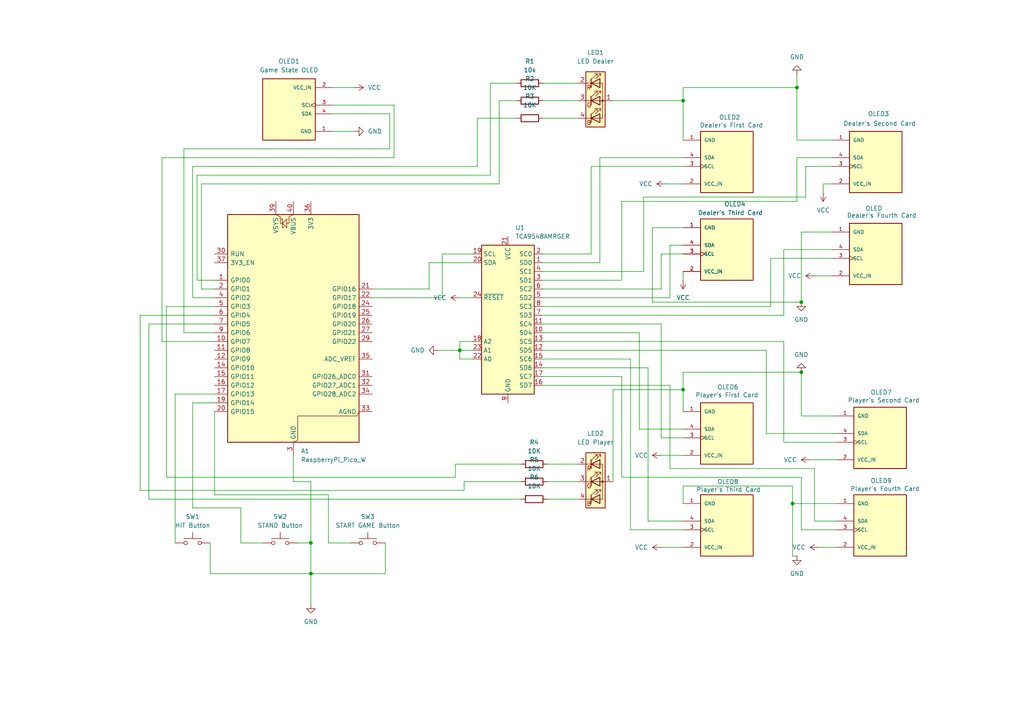
<source format=kicad_sch>
(kicad_sch (version 20250114) (generator "eeschema") (generator_version "9.0")
  (paper "A4")
  (lib_symbols
    (symbol "Device:LED_ARGB" (pin_names (offset 0) (hide yes))
      (property "Reference" "D" (at 0 9.398 0))
      (property "Value" "LED_ARGB" (at 0 -8.89 0))
      (symbol "LED_ARGB_0_0"
        (text "R" (at -1.905 3.81 0) (effects (font (size 1.27 1.27))))
        (text "G" (at -1.905 -1.27 0) (effects (font (size 1.27 1.27))))
        (text "B" (at -1.905 -6.35 0) (effects (font (size 1.27 1.27))))
      )
      (symbol "LED_ARGB_0_1"
        (polyline (pts (xy -1.27 6.35) (xy -1.27 3.81)) (stroke (width 0.254)))
        (polyline (pts (xy -1.27 6.35) (xy -1.27 3.81) (xy -1.27 3.81)))
        (polyline (pts (xy -1.27 5.08) (xy -2.54 5.08)))
        (polyline (pts (xy -1.27 5.08) (xy 1.27 5.08)))
        (polyline (pts (xy -1.27 1.27) (xy -1.27 -1.27)) (stroke (width 0.254)))
        (polyline (pts (xy -1.27 1.27) (xy -1.27 -1.27) (xy -1.27 -1.27)))
        (polyline (pts (xy -1.27 0) (xy -2.54 0)))
        (polyline (pts (xy -1.27 -3.81) (xy -1.27 -6.35)) (stroke (width 0.254)))
        (polyline (pts (xy -1.27 -5.08) (xy -2.54 -5.08)))
        (polyline (pts (xy -1.27 -5.08) (xy 1.27 -5.08)))
        (polyline (pts (xy -1.016 6.35) (xy 0.508 7.874) (xy -0.254 7.874) (xy 0.508 7.874) (xy 0.508 7.112)))
        (polyline (pts (xy -1.016 1.27) (xy 0.508 2.794) (xy -0.254 2.794) (xy 0.508 2.794) (xy 0.508 2.032)))
        (polyline (pts (xy -1.016 -3.81) (xy 0.508 -2.286) (xy -0.254 -2.286) (xy 0.508 -2.286) (xy 0.508 -3.048)))
        (polyline (pts (xy 0 6.35) (xy 1.524 7.874) (xy 0.762 7.874) (xy 1.524 7.874) (xy 1.524 7.112)))
        (polyline (pts (xy 0 1.27) (xy 1.524 2.794) (xy 0.762 2.794) (xy 1.524 2.794) (xy 1.524 2.032)))
        (polyline (pts (xy 0 -3.81) (xy 1.524 -2.286) (xy 0.762 -2.286) (xy 1.524 -2.286) (xy 1.524 -3.048)))
        (polyline (pts (xy 1.27 6.35) (xy 1.27 3.81) (xy -1.27 5.08) (xy 1.27 6.35)) (stroke (width 0.254)))
        (rectangle (start 1.27 6.35) (end 1.27 6.35))
        (rectangle (start 1.27 3.81) (end 1.27 6.35))
        (polyline (pts (xy 1.27 1.27) (xy 1.27 -1.27) (xy -1.27 0) (xy 1.27 1.27)) (stroke (width 0.254)))
        (rectangle (start 1.27 1.27) (end 1.27 1.27))
        (polyline (pts (xy 1.27 0) (xy -1.27 0)))
        (polyline (pts (xy 1.27 0) (xy 2.54 0)))
        (rectangle (start 1.27 -1.27) (end 1.27 1.27))
        (polyline (pts (xy 1.27 -3.81) (xy 1.27 -6.35) (xy -1.27 -5.08) (xy 1.27 -3.81)) (stroke (width 0.254)))
        (polyline (pts (xy 1.27 -5.08) (xy 2.032 -5.08) (xy 2.032 5.08) (xy 1.27 5.08)))
        (circle (center 2.032 0) (radius 0.254) (fill (type outline)))
        (rectangle (start 2.794 8.382) (end -2.794 -7.62) (stroke (width 0.254)) (fill (type background)))
      )
      (symbol "LED_ARGB_1_1"
        (pin passive line (at -5.08 5.08 0) (length 2.54) (name "RK") (number "2"))
        (pin passive line (at -5.08 0 0) (length 2.54) (name "GK") (number "3"))
        (pin passive line (at -5.08 -5.08 0) (length 2.54) (name "BK") (number "4"))
        (pin passive line (at 5.08 0 180) (length 2.54) (name "A") (number "1"))
      )
    )
    (symbol "Device:R" (pin_numbers (hide yes)) (pin_names (offset 0))
      (property "Reference" "R" (at 2.032 0 90))
      (property "Value" "R" (at 0 0 90))
      (symbol "R_0_1"
        (rectangle (start -1.016 -2.54) (end 1.016 2.54) (stroke (width 0.254)))
      )
      (symbol "R_1_1"
        (pin passive line (at 0 3.81 270) (length 1.27) (name "~") (number "1"))
        (pin passive line (at 0 -3.81 90) (length 1.27) (name "~") (number "2"))
      )
    )
    (symbol "Interface_Expansion:TCA9548AMRGER"
      (property "Reference" "U" (at -7.62 21.59 0))
      (property "Value" "TCA9548AMRGER" (at 1.016 21.59 0))
      (symbol "TCA9548AMRGER_0_1"
        (rectangle (start -7.62 20.32) (end 7.62 -22.86) (stroke (width 0.254)) (fill (type background)))
      )
      (symbol "TCA9548AMRGER_1_1"
        (pin input line (at -10.16 17.78 0) (length 2.54) (name "SCL") (number "19"))
        (pin bidirectional line (at -10.16 15.24 0) (length 2.54) (name "SDA") (number "20"))
        (pin input line (at -10.16 5.08 0) (length 2.54) (name "~{RESET}") (number "24"))
        (pin input line (at -10.16 -7.62 0) (length 2.54) (name "A2") (number "18"))
        (pin input line (at -10.16 -10.16 0) (length 2.54) (name "A1") (number "23"))
        (pin input line (at -10.16 -12.7 0) (length 2.54) (name "A0") (number "22"))
        (pin no_connect line (at -7.62 -15.24 0) (length 2.54) (hide yes) (name "1EP") (number "25"))
        (pin power_in line (at 0 22.86 270) (length 2.54) (name "VCC") (number "21"))
        (pin power_in line (at 0 -25.4 90) (length 2.54) (name "GND") (number "9"))
        (pin output line (at 10.16 17.78 180) (length 2.54) (name "SC0") (number "2"))
        (pin bidirectional line (at 10.16 15.24 180) (length 2.54) (name "SD0") (number "1"))
        (pin output line (at 10.16 12.7 180) (length 2.54) (name "SC1") (number "4"))
        (pin bidirectional line (at 10.16 10.16 180) (length 2.54) (name "SD1") (number "3"))
        (pin output line (at 10.16 7.62 180) (length 2.54) (name "SC2") (number "6"))
        (pin bidirectional line (at 10.16 5.08 180) (length 2.54) (name "SD2") (number "5"))
        (pin output line (at 10.16 2.54 180) (length 2.54) (name "SC3") (number "8"))
        (pin bidirectional line (at 10.16 0 180) (length 2.54) (name "SD3") (number "7"))
        (pin output line (at 10.16 -2.54 180) (length 2.54) (name "SC4") (number "11"))
        (pin bidirectional line (at 10.16 -5.08 180) (length 2.54) (name "SD4") (number "10"))
        (pin output line (at 10.16 -7.62 180) (length 2.54) (name "SC5") (number "13"))
        (pin bidirectional line (at 10.16 -10.16 180) (length 2.54) (name "SD5") (number "12"))
        (pin output line (at 10.16 -12.7 180) (length 2.54) (name "SC6") (number "15"))
        (pin bidirectional line (at 10.16 -15.24 180) (length 2.54) (name "SD6") (number "14"))
        (pin output line (at 10.16 -17.78 180) (length 2.54) (name "SC7") (number "17"))
        (pin bidirectional line (at 10.16 -20.32 180) (length 2.54) (name "SD7") (number "16"))
      )
    )
    (symbol "MCU_Module:RaspberryPi_Pico_W" (pin_names (offset 0.762))
      (property "Reference" "A" (at -19.05 35.56 0))
      (property "Value" "RaspberryPi_Pico_W" (at 7.62 35.56 0))
      (symbol "RaspberryPi_Pico_W_0_1"
        (rectangle (start -19.05 34.29) (end 19.05 -31.75) (stroke (width 0.254)) (fill (type background)))
        (polyline (pts (xy -5.08 34.29) (xy -3.81 33.655) (xy -3.81 31.75) (xy -3.175 31.75)))
        (polyline (pts (xy -3.429 32.766) (xy -3.429 33.02) (xy -3.175 33.02) (xy -3.175 30.48) (xy -2.921 30.48) (xy -2.921 30.734)))
        (polyline (pts (xy -3.175 31.75) (xy -1.905 33.02) (xy -1.905 30.48) (xy -3.175 31.75)))
        (polyline (pts (xy 0 34.29) (xy -1.27 33.655) (xy -1.27 31.75) (xy -1.905 31.75)))
        (polyline (pts (xy 0 -31.75) (xy 1.27 -31.115) (xy 1.27 -24.13) (xy 18.415 -24.13) (xy 19.05 -22.86)))
      )
      (symbol "RaspberryPi_Pico_W_1_1"
        (pin passive line (at -22.86 22.86 0) (length 3.81) (name "RUN") (number "30"))
        (pin passive line (at -22.86 20.32 0) (length 3.81) (name "3V3_EN") (number "37"))
        (pin bidirectional line (at -22.86 15.24 0) (length 3.81) (name "GPIO0") (number "1"))
        (pin bidirectional line (at -22.86 12.7 0) (length 3.81) (name "GPIO1") (number "2"))
        (pin bidirectional line (at -22.86 10.16 0) (length 3.81) (name "GPIO2") (number "4"))
        (pin bidirectional line (at -22.86 7.62 0) (length 3.81) (name "GPIO3") (number "5"))
        (pin bidirectional line (at -22.86 5.08 0) (length 3.81) (name "GPIO4") (number "6"))
        (pin bidirectional line (at -22.86 2.54 0) (length 3.81) (name "GPIO5") (number "7"))
        (pin bidirectional line (at -22.86 0 0) (length 3.81) (name "GPIO6") (number "9"))
        (pin bidirectional line (at -22.86 -2.54 0) (length 3.81) (name "GPIO7") (number "10"))
        (pin bidirectional line (at -22.86 -5.08 0) (length 3.81) (name "GPIO8") (number "11"))
        (pin bidirectional line (at -22.86 -7.62 0) (length 3.81) (name "GPIO9") (number "12"))
        (pin bidirectional line (at -22.86 -10.16 0) (length 3.81) (name "GPIO10") (number "14"))
        (pin bidirectional line (at -22.86 -12.7 0) (length 3.81) (name "GPIO11") (number "15"))
        (pin bidirectional line (at -22.86 -15.24 0) (length 3.81) (name "GPIO12") (number "16"))
        (pin bidirectional line (at -22.86 -17.78 0) (length 3.81) (name "GPIO13") (number "17"))
        (pin bidirectional line (at -22.86 -20.32 0) (length 3.81) (name "GPIO14") (number "19"))
        (pin bidirectional line (at -22.86 -22.86 0) (length 3.81) (name "GPIO15") (number "20"))
        (pin power_in line (at -5.08 38.1 270) (length 3.81) (name "VSYS") (number "39"))
        (pin power_out line (at 0 38.1 270) (length 3.81) (name "VBUS") (number "40"))
        (pin passive line (at 0 -35.56 90) (length 3.81) (hide yes) (name "GND") (number "13"))
        (pin passive line (at 0 -35.56 90) (length 3.81) (hide yes) (name "GND") (number "18"))
        (pin passive line (at 0 -35.56 90) (length 3.81) (hide yes) (name "GND") (number "23"))
        (pin passive line (at 0 -35.56 90) (length 3.81) (hide yes) (name "GND") (number "28"))
        (pin power_out line (at 0 -35.56 90) (length 3.81) (name "GND") (number "3"))
        (pin passive line (at 0 -35.56 90) (length 3.81) (hide yes) (name "GND") (number "38"))
        (pin passive line (at 0 -35.56 90) (length 3.81) (hide yes) (name "GND") (number "8"))
        (pin power_out line (at 5.08 38.1 270) (length 3.81) (name "3V3") (number "36"))
        (pin bidirectional line (at 22.86 12.7 180) (length 3.81) (name "GPIO16") (number "21"))
        (pin bidirectional line (at 22.86 10.16 180) (length 3.81) (name "GPIO17") (number "22"))
        (pin bidirectional line (at 22.86 7.62 180) (length 3.81) (name "GPIO18") (number "24"))
        (pin bidirectional line (at 22.86 5.08 180) (length 3.81) (name "GPIO19") (number "25"))
        (pin bidirectional line (at 22.86 2.54 180) (length 3.81) (name "GPIO20") (number "26"))
        (pin bidirectional line (at 22.86 0 180) (length 3.81) (name "GPIO21") (number "27"))
        (pin bidirectional line (at 22.86 -2.54 180) (length 3.81) (name "GPIO22") (number "29"))
        (pin power_in line (at 22.86 -7.62 180) (length 3.81) (name "ADC_VREF") (number "35"))
        (pin bidirectional line (at 22.86 -12.7 180) (length 3.81) (name "GPIO26_ADC0") (number "31"))
        (pin bidirectional line (at 22.86 -15.24 180) (length 3.81) (name "GPIO27_ADC1") (number "32"))
        (pin bidirectional line (at 22.86 -17.78 180) (length 3.81) (name "GPIO28_ADC2") (number "34"))
        (pin power_out line (at 22.86 -22.86 180) (length 3.81) (name "AGND") (number "33"))
      )
    )
    (symbol "OLED_I2C_O.96{dblquote}:DM-OLED096-636" (pin_names (offset 1.016))
      (property "Reference" "U" (at -7.62 10.922 0))
      (property "Value" "DM-OLED096-636" (at -7.62 -10.16 0))
      (symbol "DM-OLED096-636_0_0"
        (rectangle (start -7.62 -7.62) (end 7.62 10.16) (stroke (width 0.254)) (fill (type background)))
        (pin power_in line (at 12.7 7.62 180) (length 5.08) (name "VCC_IN") (number "2"))
        (pin input clock (at 12.7 2.54 180) (length 5.08) (name "SCL") (number "3"))
        (pin bidirectional line (at 12.7 0 180) (length 5.08) (name "SDA") (number "4"))
        (pin power_in line (at 12.7 -5.08 180) (length 5.08) (name "GND") (number "1"))
      )
    )
    (symbol "Switch:SW_Push" (pin_numbers (hide yes)) (pin_names (offset 1.016) (hide yes))
      (property "Reference" "SW" (at 1.27 2.54 0))
      (property "Value" "SW_Push" (at 0 -1.524 0))
      (symbol "SW_Push_0_1"
        (circle (center -2.032 0) (radius 0.508))
        (polyline (pts (xy 0 1.27) (xy 0 3.048)))
        (circle (center 2.032 0) (radius 0.508))
        (polyline (pts (xy 2.54 1.27) (xy -2.54 1.27)))
        (pin passive line (at -5.08 0 0) (length 2.54) (name "1") (number "1"))
        (pin passive line (at 5.08 0 180) (length 2.54) (name "2") (number "2"))
      )
    )
    (symbol "power:GND" (power) (pin_numbers (hide yes)) (pin_names (offset 0) (hide yes))
      (property "Value" "GND" (at 0 -3.81 0))
      (symbol "GND_0_1"
        (polyline (pts (xy 0 0) (xy 0 -1.27) (xy 1.27 -1.27) (xy 0 -2.54) (xy -1.27 -1.27) (xy 0 -1.27)))
      )
      (symbol "GND_1_1"
        (pin power_in line (at 0 0 270) (length 0) (name "~") (number "1"))
      )
    )
    (symbol "power:VCC" (power) (pin_numbers (hide yes)) (pin_names (offset 0) (hide yes))
      (property "Value" "VCC" (at 0 3.556 0))
      (symbol "VCC_0_1"
        (polyline (pts (xy -0.762 1.27) (xy 0 2.54)))
        (polyline (pts (xy 0 2.54) (xy 0.762 1.27)))
        (polyline (pts (xy 0 0) (xy 0 2.54)))
      )
      (symbol "VCC_1_1"
        (pin power_in line (at 0 0 90) (length 0) (name "~") (number "1"))
      )
    )
  )
  (junction (at 232.41 107.95))
  (junction (at 231.14 25.4))
  (junction (at 198.12 29.21))
  (junction (at 232.41 87.63))
  (junction (at 90.17 166.37))
  (junction (at 198.12 113.03))
  (junction (at 229.87 146.05))
  (junction (at 133.35 101.6))
  (junction (at 90.17 157.48))
  (wire (pts (xy 232.41 67.31) (xy 232.41 87.63)))
  (wire (pts (xy 232.41 153.67) (xy 242.57 153.67)))
  (wire (pts (xy 232.41 107.95) (xy 198.12 107.95)))
  (wire (pts (xy 157.48 88.9) (xy 223.52 88.9)))
  (wire (pts (xy 50.8 114.3) (xy 50.8 157.48)))
  (wire (pts (xy 191.77 83.82) (xy 191.77 73.66)))
  (wire (pts (xy 223.52 74.93) (xy 241.3 74.93)))
  (wire (pts (xy 62.23 91.44) (xy 40.64 91.44)))
  (wire (pts (xy 177.8 29.21) (xy 198.12 29.21)))
  (wire (pts (xy 229.87 140.97) (xy 229.87 146.05)))
  (wire (pts (xy 96.52 25.4) (xy 102.87 25.4)))
  (wire (pts (xy 158.75 139.7) (xy 167.64 139.7)))
  (wire (pts (xy 180.34 138.43) (xy 232.41 138.43)))
  (wire (pts (xy 198.12 146.05) (xy 198.12 140.97)))
  (wire (pts (xy 57.15 81.28) (xy 57.15 50.8)))
  (wire (pts (xy 186.69 78.74) (xy 186.69 57.15)))
  (wire (pts (xy 158.75 144.78) (xy 167.64 144.78)))
  (wire (pts (xy 173.99 76.2) (xy 173.99 45.72)))
  (wire (pts (xy 157.48 106.68) (xy 187.96 106.68)))
  (wire (pts (xy 232.41 120.65) (xy 232.41 107.95)))
  (wire (pts (xy 194.31 71.12) (xy 198.12 71.12)))
  (wire (pts (xy 198.12 48.26) (xy 171.45 48.26)))
  (wire (pts (xy 57.15 50.8) (xy 142.24 50.8)))
  (wire (pts (xy 132.08 134.62) (xy 151.13 134.62)))
  (wire (pts (xy 157.48 91.44) (xy 227.33 91.44)))
  (wire (pts (xy 157.48 96.52) (xy 185.42 96.52)))
  (wire (pts (xy 231.14 45.72) (xy 241.3 45.72)))
  (wire (pts (xy 107.95 83.82) (xy 124.46 83.82)))
  (wire (pts (xy 236.22 80.01) (xy 241.3 80.01)))
  (wire (pts (xy 58.42 53.34) (xy 144.78 53.34)))
  (wire (pts (xy 134.62 142.24) (xy 134.62 139.7)))
  (wire (pts (xy 157.48 78.74) (xy 186.69 78.74)))
  (wire (pts (xy 157.48 83.82) (xy 191.77 83.82)))
  (wire (pts (xy 157.48 111.76) (xy 194.31 111.76)))
  (wire (pts (xy 40.64 142.24) (xy 134.62 142.24)))
  (wire (pts (xy 238.76 53.34) (xy 238.76 55.88)))
  (wire (pts (xy 227.33 99.06) (xy 227.33 128.27)))
  (wire (pts (xy 96.52 38.1) (xy 102.87 38.1)))
  (wire (pts (xy 198.12 78.74) (xy 198.12 81.28)))
  (wire (pts (xy 62.23 83.82) (xy 58.42 83.82)))
  (wire (pts (xy 157.48 99.06) (xy 227.33 99.06)))
  (wire (pts (xy 134.62 139.7) (xy 151.13 139.7)))
  (wire (pts (xy 180.34 109.22) (xy 180.34 138.43)))
  (wire (pts (xy 231.14 25.4) (xy 231.14 40.64)))
  (wire (pts (xy 144.78 29.21) (xy 149.86 29.21)))
  (wire (pts (xy 95.25 157.48) (xy 101.6 157.48)))
  (wire (pts (xy 229.87 161.29) (xy 231.14 161.29)))
  (wire (pts (xy 137.16 104.14) (xy 133.35 104.14)))
  (wire (pts (xy 242.57 146.05) (xy 229.87 146.05)))
  (wire (pts (xy 138.43 34.29) (xy 149.86 34.29)))
  (wire (pts (xy 182.88 104.14) (xy 182.88 153.67)))
  (wire (pts (xy 96.52 33.02) (xy 113.03 33.02)))
  (wire (pts (xy 90.17 166.37) (xy 90.17 175.26)))
  (wire (pts (xy 86.36 157.48) (xy 90.17 157.48)))
  (wire (pts (xy 62.23 99.06) (xy 46.99 99.06)))
  (wire (pts (xy 157.48 34.29) (xy 167.64 34.29)))
  (wire (pts (xy 90.17 166.37) (xy 60.96 166.37)))
  (wire (pts (xy 62.23 81.28) (xy 57.15 81.28)))
  (wire (pts (xy 133.35 101.6) (xy 133.35 104.14)))
  (wire (pts (xy 124.46 76.2) (xy 137.16 76.2)))
  (wire (pts (xy 69.85 147.32) (xy 69.85 157.48)))
  (wire (pts (xy 157.48 81.28) (xy 180.34 81.28)))
  (wire (pts (xy 127 101.6) (xy 133.35 101.6)))
  (wire (pts (xy 186.69 57.15) (xy 233.68 57.15)))
  (wire (pts (xy 124.46 83.82) (xy 124.46 76.2)))
  (wire (pts (xy 114.3 45.72) (xy 114.3 30.48)))
  (wire (pts (xy 180.34 81.28) (xy 180.34 58.42)))
  (wire (pts (xy 185.42 124.46) (xy 198.12 124.46)))
  (wire (pts (xy 48.26 88.9) (xy 48.26 138.43)))
  (wire (pts (xy 90.17 139.7) (xy 90.17 157.48)))
  (wire (pts (xy 187.96 151.13) (xy 198.12 151.13)))
  (wire (pts (xy 133.35 99.06) (xy 137.16 99.06)))
  (wire (pts (xy 48.26 88.9) (xy 62.23 88.9)))
  (wire (pts (xy 111.76 157.48) (xy 111.76 166.37)))
  (wire (pts (xy 107.95 86.36) (xy 128.27 86.36)))
  (wire (pts (xy 157.48 29.21) (xy 167.64 29.21)))
  (wire (pts (xy 233.68 57.15) (xy 233.68 48.26)))
  (wire (pts (xy 142.24 24.13) (xy 149.86 24.13)))
  (wire (pts (xy 198.12 25.4) (xy 231.14 25.4)))
  (wire (pts (xy 194.31 111.76) (xy 194.31 135.89)))
  (wire (pts (xy 237.49 158.75) (xy 242.57 158.75)))
  (wire (pts (xy 128.27 86.36) (xy 128.27 73.66)))
  (wire (pts (xy 128.27 73.66) (xy 137.16 73.66)))
  (wire (pts (xy 241.3 53.34) (xy 238.76 53.34)))
  (wire (pts (xy 157.48 76.2) (xy 173.99 76.2)))
  (wire (pts (xy 157.48 24.13) (xy 167.64 24.13)))
  (wire (pts (xy 46.99 99.06) (xy 46.99 45.72)))
  (wire (pts (xy 85.09 132.08) (xy 85.09 139.7)))
  (wire (pts (xy 185.42 96.52) (xy 185.42 124.46)))
  (wire (pts (xy 227.33 128.27) (xy 242.57 128.27)))
  (wire (pts (xy 157.48 104.14) (xy 182.88 104.14)))
  (wire (pts (xy 189.23 66.04) (xy 189.23 87.63)))
  (wire (pts (xy 55.88 48.26) (xy 138.43 48.26)))
  (wire (pts (xy 43.18 144.78) (xy 151.13 144.78)))
  (wire (pts (xy 62.23 143.51) (xy 95.25 143.51)))
  (wire (pts (xy 171.45 48.26) (xy 171.45 73.66)))
  (wire (pts (xy 223.52 88.9) (xy 223.52 74.93)))
  (wire (pts (xy 198.12 66.04) (xy 189.23 66.04)))
  (wire (pts (xy 133.35 101.6) (xy 133.35 99.06)))
  (wire (pts (xy 62.23 119.38) (xy 62.23 143.51)))
  (wire (pts (xy 157.48 93.98) (xy 191.77 93.98)))
  (wire (pts (xy 236.22 135.89) (xy 236.22 151.13)))
  (wire (pts (xy 46.99 45.72) (xy 114.3 45.72)))
  (wire (pts (xy 198.12 113.03) (xy 198.12 119.38)))
  (wire (pts (xy 236.22 151.13) (xy 242.57 151.13)))
  (wire (pts (xy 198.12 40.64) (xy 198.12 29.21)))
  (wire (pts (xy 95.25 143.51) (xy 95.25 157.48)))
  (wire (pts (xy 177.8 139.7) (xy 177.8 113.03)))
  (wire (pts (xy 180.34 58.42) (xy 231.14 58.42)))
  (wire (pts (xy 55.88 116.84) (xy 55.88 147.32)))
  (wire (pts (xy 182.88 153.67) (xy 198.12 153.67)))
  (wire (pts (xy 189.23 87.63) (xy 232.41 87.63)))
  (wire (pts (xy 69.85 157.48) (xy 76.2 157.48)))
  (wire (pts (xy 60.96 166.37) (xy 60.96 157.48)))
  (wire (pts (xy 229.87 146.05) (xy 229.87 161.29)))
  (wire (pts (xy 191.77 73.66) (xy 198.12 73.66)))
  (wire (pts (xy 85.09 139.7) (xy 90.17 139.7)))
  (wire (pts (xy 53.34 96.52) (xy 62.23 96.52)))
  (wire (pts (xy 231.14 21.59) (xy 231.14 25.4)))
  (wire (pts (xy 242.57 120.65) (xy 232.41 120.65)))
  (wire (pts (xy 232.41 138.43) (xy 232.41 153.67)))
  (wire (pts (xy 55.88 86.36) (xy 55.88 48.26)))
  (wire (pts (xy 191.77 158.75) (xy 198.12 158.75)))
  (wire (pts (xy 142.24 50.8) (xy 142.24 24.13)))
  (wire (pts (xy 43.18 93.98) (xy 43.18 144.78)))
  (wire (pts (xy 198.12 140.97) (xy 229.87 140.97)))
  (wire (pts (xy 191.77 132.08) (xy 198.12 132.08)))
  (wire (pts (xy 40.64 91.44) (xy 40.64 142.24)))
  (wire (pts (xy 231.14 58.42) (xy 231.14 45.72)))
  (wire (pts (xy 55.88 147.32) (xy 69.85 147.32)))
  (wire (pts (xy 113.03 43.18) (xy 53.34 43.18)))
  (wire (pts (xy 177.8 113.03) (xy 198.12 113.03)))
  (wire (pts (xy 132.08 138.43) (xy 132.08 134.62)))
  (wire (pts (xy 198.12 29.21) (xy 198.12 25.4)))
  (wire (pts (xy 173.99 45.72) (xy 198.12 45.72)))
  (wire (pts (xy 193.04 53.34) (xy 198.12 53.34)))
  (wire (pts (xy 191.77 127) (xy 198.12 127)))
  (wire (pts (xy 133.35 86.36) (xy 137.16 86.36)))
  (wire (pts (xy 62.23 116.84) (xy 55.88 116.84)))
  (wire (pts (xy 133.35 101.6) (xy 137.16 101.6)))
  (wire (pts (xy 194.31 86.36) (xy 194.31 71.12)))
  (wire (pts (xy 62.23 93.98) (xy 43.18 93.98)))
  (wire (pts (xy 157.48 86.36) (xy 194.31 86.36)))
  (wire (pts (xy 48.26 138.43) (xy 132.08 138.43)))
  (wire (pts (xy 138.43 48.26) (xy 138.43 34.29)))
  (wire (pts (xy 222.25 125.73) (xy 242.57 125.73)))
  (wire (pts (xy 114.3 30.48) (xy 96.52 30.48)))
  (wire (pts (xy 144.78 53.34) (xy 144.78 29.21)))
  (wire (pts (xy 234.95 133.35) (xy 242.57 133.35)))
  (wire (pts (xy 198.12 107.95) (xy 198.12 113.03)))
  (wire (pts (xy 157.48 101.6) (xy 222.25 101.6)))
  (wire (pts (xy 171.45 73.66) (xy 157.48 73.66)))
  (wire (pts (xy 187.96 106.68) (xy 187.96 151.13)))
  (wire (pts (xy 194.31 135.89) (xy 236.22 135.89)))
  (wire (pts (xy 62.23 86.36) (xy 55.88 86.36)))
  (wire (pts (xy 227.33 72.39) (xy 241.3 72.39)))
  (wire (pts (xy 231.14 40.64) (xy 241.3 40.64)))
  (wire (pts (xy 53.34 43.18) (xy 53.34 96.52)))
  (wire (pts (xy 111.76 166.37) (xy 90.17 166.37)))
  (wire (pts (xy 227.33 91.44) (xy 227.33 72.39)))
  (wire (pts (xy 157.48 109.22) (xy 180.34 109.22)))
  (wire (pts (xy 90.17 157.48) (xy 90.17 166.37)))
  (wire (pts (xy 241.3 67.31) (xy 232.41 67.31)))
  (wire (pts (xy 62.23 114.3) (xy 50.8 114.3)))
  (wire (pts (xy 158.75 134.62) (xy 167.64 134.62)))
  (wire (pts (xy 113.03 33.02) (xy 113.03 43.18)))
  (wire (pts (xy 222.25 101.6) (xy 222.25 125.73)))
  (wire (pts (xy 58.42 83.82) (xy 58.42 53.34)))
  (wire (pts (xy 233.68 48.26) (xy 241.3 48.26)))
  (wire (pts (xy 191.77 93.98) (xy 191.77 127)))
  (symbol (lib_id "power:VCC") (at 238.76 55.88 180) (unit 1)
    (property "Reference" "#PWR015" (effects (hide yes)))
    (property "Value" "VCC" (at 238.76 60.96 0))
    (property "Description" "Power symbol creates a global label with name \"VCC\"" (effects (hide yes)))
  )
  (symbol (lib_id "power:VCC") (at 191.77 158.75 90) (unit 1)
    (property "Reference" "#PWR011" (effects (hide yes)))
    (property "Value" "VCC" (at 187.96 158.7499 90) (effects (justify left)))
    (property "Description" "Power symbol creates a global label with name \"VCC\"" (effects (hide yes)))
  )
  (symbol (lib_id "Interface_Expansion:TCA9548AMRGER") (at 147.32 91.44 0) (unit 1)
    (property "Reference" "U1" (at 149.4633 66.04 0) (effects (justify left)))
    (property "Value" "TCA9548AMRGER" (at 149.4633 68.58 0) (effects (justify left)))
    (property "Footprint" "Package_DFN_QFN:Texas_RGE0024C_VQFN-24-1EP_4x4mm_P0.5mm_EP2.1x2.1mm" (effects (hide yes)))
    (property "Datasheet" "http://www.ti.com/lit/ds/symlink/tca9548a.pdf" (effects (hide yes)))
    (property "Description" "Low voltage 8-channel I2C switch with reset, VQFN-24" (effects (hide yes)))
  )
  (symbol (lib_id "power:GND") (at 127 101.6 270) (unit 1)
    (property "Reference" "#PWR017" (effects (hide yes)))
    (property "Value" "GND" (at 123.19 101.5999 90) (effects (justify right)))
    (property "Description" "Power symbol creates a global label with name \"GND\" , ground" (effects (hide yes)))
  )
  (symbol (lib_id "power:GND") (at 231.14 161.29 0) (unit 1)
    (property "Reference" "#PWR05" (effects (hide yes)))
    (property "Value" "GND" (at 231.14 166.37 0))
    (property "Description" "Power symbol creates a global label with name \"GND\" , ground" (effects (hide yes)))
  )
  (symbol (lib_id "power:VCC") (at 133.35 86.36 90) (unit 1)
    (property "Reference" "#PWR016" (effects (hide yes)))
    (property "Value" "VCC" (at 129.54 86.3599 90) (effects (justify left)))
    (property "Description" "Power symbol creates a global label with name \"VCC\"" (effects (hide yes)))
  )
  (symbol (lib_id "OLED_I2C_O.96{dblquote}:DM-OLED096-636") (at 255.27 151.13 180) (unit 1)
    (property "Reference" "OLED9" (at 252.476 139.446 0) (effects (justify right)))
    (property "Value" "Player's Fourth Card" (at 246.634 141.732 0) (effects (justify right)))
    (property "Footprint" "DM-OLED096-636:MODULE_DM-OLED096-636" (effects (hide yes)))
    (property "MF" "Display Module" (effects (hide yes)))
    (property "MAXIMUM_PACKAGE_HEIGHT" "11.3 mm" (effects (hide yes)))
    (property "Package" "Package" (effects (hide yes)))
    (property "Price" "None" (effects (hide yes)))
    (property "Check_prices" "https://www.snapeda.com/parts/DM-OLED096-636/Display+Module/view-part/?ref=eda" (effects (hide yes)))
    (property "STANDARD" "Manufacturer Recommendations" (effects (hide yes)))
    (property "PARTREV" "2018-09-10" (effects (hide yes)))
    (property "SnapEDA_Link" "https://www.snapeda.com/parts/DM-OLED096-636/Display+Module/view-part/?ref=snap" (effects (hide yes)))
    (property "MP" "DM-OLED096-636" (effects (hide yes)))
    (property "Description_1" "0.96” 128 X 64 MONOCHROME GRAPHIC OLED DISPLAY MODULE - I2C" (effects (hide yes)))
    (property "Availability" "Not in stock" (effects (hide yes)))
    (property "MANUFACTURER" "Displaymodule" (effects (hide yes)))
  )
  (symbol (lib_id "power:VCC") (at 234.95 133.35 90) (unit 1)
    (property "Reference" "#PWR09" (effects (hide yes)))
    (property "Value" "VCC" (at 231.14 133.3499 90) (effects (justify left)))
    (property "Description" "Power symbol creates a global label with name \"VCC\"" (effects (hide yes)))
  )
  (symbol (lib_id "power:VCC") (at 237.49 158.75 90) (unit 1)
    (property "Reference" "#PWR010" (effects (hide yes)))
    (property "Value" "VCC" (at 233.68 158.7499 90) (effects (justify left)))
    (property "Description" "Power symbol creates a global label with name \"VCC\"" (effects (hide yes)))
  )
  (symbol (lib_id "power:VCC") (at 102.87 25.4 270) (unit 1)
    (property "Reference" "#PWR07" (effects (hide yes)))
    (property "Value" "VCC" (at 106.68 25.3999 90) (effects (justify left)))
    (property "Description" "Power symbol creates a global label with name \"VCC\"" (effects (hide yes)))
  )
  (symbol (lib_id "Device:R") (at 154.94 139.7 90) (unit 1)
    (property "Reference" "R5" (at 154.94 133.35 90))
    (property "Value" "10K" (at 154.94 135.89 90))
    (property "Description" "Resistor" (effects (hide yes)))
  )
  (symbol (lib_id "power:VCC") (at 193.04 53.34 90) (unit 1)
    (property "Reference" "#PWR014" (effects (hide yes)))
    (property "Value" "VCC" (at 189.23 53.3399 90) (effects (justify left)))
    (property "Description" "Power symbol creates a global label with name \"VCC\"" (effects (hide yes)))
  )
  (symbol (lib_id "OLED_I2C_O.96{dblquote}:DM-OLED096-636") (at 210.82 151.13 180) (unit 1)
    (property "Reference" "OLED8" (at 208.026 139.7 0) (effects (justify right)))
    (property "Value" "Player's Third Card" (at 201.93 141.986 0) (effects (justify right)))
    (property "Footprint" "DM-OLED096-636:MODULE_DM-OLED096-636" (effects (hide yes)))
    (property "MF" "Display Module" (effects (hide yes)))
    (property "MAXIMUM_PACKAGE_HEIGHT" "11.3 mm" (effects (hide yes)))
    (property "Package" "Package" (effects (hide yes)))
    (property "Price" "None" (effects (hide yes)))
    (property "Check_prices" "https://www.snapeda.com/parts/DM-OLED096-636/Display+Module/view-part/?ref=eda" (effects (hide yes)))
    (property "STANDARD" "Manufacturer Recommendations" (effects (hide yes)))
    (property "PARTREV" "2018-09-10" (effects (hide yes)))
    (property "SnapEDA_Link" "https://www.snapeda.com/parts/DM-OLED096-636/Display+Module/view-part/?ref=snap" (effects (hide yes)))
    (property "MP" "DM-OLED096-636" (effects (hide yes)))
    (property "Description_1" "0.96” 128 X 64 MONOCHROME GRAPHIC OLED DISPLAY MODULE - I2C" (effects (hide yes)))
    (property "Availability" "Not in stock" (effects (hide yes)))
    (property "MANUFACTURER" "Displaymodule" (effects (hide yes)))
  )
  (symbol (lib_id "Switch:SW_Push") (at 81.28 157.48 0) (unit 1)
    (property "Reference" "SW2" (at 81.28 149.86 0))
    (property "Value" "STAND Button" (at 81.28 152.4 0))
    (property "Description" "Push button switch, generic, two pins" (effects (hide yes)))
  )
  (symbol (lib_id "Switch:SW_Push") (at 55.88 157.48 0) (unit 1)
    (property "Reference" "SW1" (at 55.88 149.86 0))
    (property "Value" "HIT Button" (at 55.88 152.4 0))
    (property "Description" "Push button switch, generic, two pins" (effects (hide yes)))
  )
  (symbol (lib_id "Switch:SW_Push") (at 106.68 157.48 0) (unit 1)
    (property "Reference" "SW3" (at 106.68 149.86 0))
    (property "Value" "START GAME Button" (at 106.68 152.4 0))
    (property "Description" "Push button switch, generic, two pins" (effects (hide yes)))
  )
  (symbol (lib_id "MCU_Module:RaspberryPi_Pico_W") (at 85.09 96.52 0) (unit 1)
    (property "Reference" "A1" (at 87.2333 130.81 0) (effects (justify left)))
    (property "Value" "RaspberryPi_Pico_W" (at 87.2333 133.35 0) (effects (justify left)))
    (property "Footprint" "Module:RaspberryPi_Pico_W_SMD_HandSolder" (effects (hide yes)))
    (property "Datasheet" "https://datasheets.raspberrypi.com/picow/pico-w-datasheet.pdf" (effects (hide yes)))
    (property "Description" "Versatile and inexpensive wireless microcontroller module powered by RP2040 dual-core Arm Cortex-M0+ processor up to 133 MHz, 264kB SRAM, 2MB QSPI flash, Infineon CYW43439 2.4GHz 802.11n wireless LAN; also supports Raspberry Pi Pico 2 W" (effects (hide yes)))
  )
  (symbol (lib_id "OLED_I2C_O.96{dblquote}:DM-OLED096-636") (at 254 72.39 180) (unit 1)
    (property "Reference" "OLED" (at 250.952 60.452 0) (effects (justify right)))
    (property "Value" "Dealer's Fourth Card" (at 245.618 62.484 0) (effects (justify right)))
    (property "Footprint" "DM-OLED096-636:MODULE_DM-OLED096-636" (effects (hide yes)))
    (property "MF" "Display Module" (effects (hide yes)))
    (property "MAXIMUM_PACKAGE_HEIGHT" "11.3 mm" (effects (hide yes)))
    (property "Package" "Package" (effects (hide yes)))
    (property "Price" "None" (effects (hide yes)))
    (property "Check_prices" "https://www.snapeda.com/parts/DM-OLED096-636/Display+Module/view-part/?ref=eda" (effects (hide yes)))
    (property "STANDARD" "Manufacturer Recommendations" (effects (hide yes)))
    (property "PARTREV" "2018-09-10" (effects (hide yes)))
    (property "SnapEDA_Link" "https://www.snapeda.com/parts/DM-OLED096-636/Display+Module/view-part/?ref=snap" (effects (hide yes)))
    (property "MP" "DM-OLED096-636" (effects (hide yes)))
    (property "Description_1" "0.96” 128 X 64 MONOCHROME GRAPHIC OLED DISPLAY MODULE - I2C" (effects (hide yes)))
    (property "Availability" "Not in stock" (effects (hide yes)))
    (property "MANUFACTURER" "Displaymodule" (effects (hide yes)))
  )
  (symbol (lib_id "power:VCC") (at 198.12 81.28 180) (unit 1)
    (property "Reference" "#PWR013" (effects (hide yes)))
    (property "Value" "VCC" (at 198.12 86.36 0))
    (property "Description" "Power symbol creates a global label with name \"VCC\"" (effects (hide yes)))
  )
  (symbol (lib_id "power:GND") (at 232.41 87.63 0) (unit 1)
    (property "Reference" "#PWR03" (effects (hide yes)))
    (property "Value" "GND" (at 232.41 92.71 0))
    (property "Description" "Power symbol creates a global label with name \"GND\" , ground" (effects (hide yes)))
  )
  (symbol (lib_id "OLED_I2C_O.96{dblquote}:DM-OLED096-636") (at 255.27 125.73 180) (unit 1)
    (property "Reference" "OLED7" (at 252.476 113.792 0) (effects (justify right)))
    (property "Value" "Player's Second Card" (at 245.872 116.078 0) (effects (justify right)))
    (property "Footprint" "DM-OLED096-636:MODULE_DM-OLED096-636" (effects (hide yes)))
    (property "MF" "Display Module" (effects (hide yes)))
    (property "MAXIMUM_PACKAGE_HEIGHT" "11.3 mm" (effects (hide yes)))
    (property "Package" "Package" (effects (hide yes)))
    (property "Price" "None" (effects (hide yes)))
    (property "Check_prices" "https://www.snapeda.com/parts/DM-OLED096-636/Display+Module/view-part/?ref=eda" (effects (hide yes)))
    (property "STANDARD" "Manufacturer Recommendations" (effects (hide yes)))
    (property "PARTREV" "2018-09-10" (effects (hide yes)))
    (property "SnapEDA_Link" "https://www.snapeda.com/parts/DM-OLED096-636/Display+Module/view-part/?ref=snap" (effects (hide yes)))
    (property "MP" "DM-OLED096-636" (effects (hide yes)))
    (property "Description_1" "0.96” 128 X 64 MONOCHROME GRAPHIC OLED DISPLAY MODULE - I2C" (effects (hide yes)))
    (property "Availability" "Not in stock" (effects (hide yes)))
    (property "MANUFACTURER" "Displaymodule" (effects (hide yes)))
  )
  (symbol (lib_id "OLED_I2C_O.96{dblquote}:DM-OLED096-636") (at 210.82 45.72 180) (unit 1)
    (property "Reference" "OLED2" (at 208.534 34.036 0) (effects (justify right)))
    (property "Value" "Dealer's First Card" (at 202.946 36.322 0) (effects (justify right)))
    (property "Footprint" "DM-OLED096-636:MODULE_DM-OLED096-636" (effects (hide yes)))
    (property "MF" "Display Module" (effects (hide yes)))
    (property "MAXIMUM_PACKAGE_HEIGHT" "11.3 mm" (effects (hide yes)))
    (property "Package" "Package" (effects (hide yes)))
    (property "Price" "None" (effects (hide yes)))
    (property "Check_prices" "https://www.snapeda.com/parts/DM-OLED096-636/Display+Module/view-part/?ref=eda" (effects (hide yes)))
    (property "STANDARD" "Manufacturer Recommendations" (effects (hide yes)))
    (property "PARTREV" "2018-09-10" (effects (hide yes)))
    (property "SnapEDA_Link" "https://www.snapeda.com/parts/DM-OLED096-636/Display+Module/view-part/?ref=snap" (effects (hide yes)))
    (property "MP" "DM-OLED096-636" (effects (hide yes)))
    (property "Description_1" "0.96” 128 X 64 MONOCHROME GRAPHIC OLED DISPLAY MODULE - I2C" (effects (hide yes)))
    (property "Availability" "Not in stock" (effects (hide yes)))
    (property "MANUFACTURER" "Displaymodule" (effects (hide yes)))
  )
  (symbol (lib_id "power:GND") (at 232.41 107.95 180) (unit 1)
    (property "Reference" "#PWR04" (effects (hide yes)))
    (property "Value" "GND" (at 232.41 102.87 0))
    (property "Description" "Power symbol creates a global label with name \"GND\" , ground" (effects (hide yes)))
  )
  (symbol (lib_id "OLED_I2C_O.96{dblquote}:DM-OLED096-636") (at 210.82 124.46 180) (unit 1)
    (property "Reference" "OLED6" (at 208.026 112.268 0) (effects (justify right)))
    (property "Value" "Player's First Card" (at 201.676 114.554 0) (effects (justify right)))
    (property "Footprint" "DM-OLED096-636:MODULE_DM-OLED096-636" (effects (hide yes)))
    (property "MF" "Display Module" (effects (hide yes)))
    (property "MAXIMUM_PACKAGE_HEIGHT" "11.3 mm" (effects (hide yes)))
    (property "Package" "Package" (effects (hide yes)))
    (property "Price" "None" (effects (hide yes)))
    (property "Check_prices" "https://www.snapeda.com/parts/DM-OLED096-636/Display+Module/view-part/?ref=eda" (effects (hide yes)))
    (property "STANDARD" "Manufacturer Recommendations" (effects (hide yes)))
    (property "PARTREV" "2018-09-10" (effects (hide yes)))
    (property "SnapEDA_Link" "https://www.snapeda.com/parts/DM-OLED096-636/Display+Module/view-part/?ref=snap" (effects (hide yes)))
    (property "MP" "DM-OLED096-636" (effects (hide yes)))
    (property "Description_1" "0.96” 128 X 64 MONOCHROME GRAPHIC OLED DISPLAY MODULE - I2C" (effects (hide yes)))
    (property "Availability" "Not in stock" (effects (hide yes)))
    (property "MANUFACTURER" "Displaymodule" (effects (hide yes)))
  )
  (symbol (lib_id "Device:LED_ARGB") (at 172.72 139.7 0) (unit 1)
    (property "Reference" "LED2" (at 172.72 125.73 0))
    (property "Value" "LED Player" (at 172.72 128.27 0))
    (property "Description" "RGB LED, anode/red/green/blue" (effects (hide yes)))
  )
  (symbol (lib_id "OLED_I2C_O.96{dblquote}:DM-OLED096-636") (at 83.82 33.02 0) (unit 1)
    (property "Reference" "OLED1" (at 83.82 17.78 0))
    (property "Value" "Game State OLED" (at 83.82 20.32 0))
    (property "Footprint" "DM-OLED096-636:MODULE_DM-OLED096-636" (effects (hide yes)))
    (property "MF" "Display Module" (effects (hide yes)))
    (property "MAXIMUM_PACKAGE_HEIGHT" "11.3 mm" (effects (hide yes)))
    (property "Package" "Package" (effects (hide yes)))
    (property "Price" "None" (effects (hide yes)))
    (property "Check_prices" "https://www.snapeda.com/parts/DM-OLED096-636/Display+Module/view-part/?ref=eda" (effects (hide yes)))
    (property "STANDARD" "Manufacturer Recommendations" (effects (hide yes)))
    (property "PARTREV" "2018-09-10" (effects (hide yes)))
    (property "SnapEDA_Link" "https://www.snapeda.com/parts/DM-OLED096-636/Display+Module/view-part/?ref=snap" (effects (hide yes)))
    (property "MP" "DM-OLED096-636" (effects (hide yes)))
    (property "Description_1" "0.96” 128 X 64 MONOCHROME GRAPHIC OLED DISPLAY MODULE - I2C" (effects (hide yes)))
    (property "Availability" "Not in stock" (effects (hide yes)))
    (property "MANUFACTURER" "Displaymodule" (effects (hide yes)))
  )
  (symbol (lib_id "power:GND") (at 90.17 175.26 0) (unit 1)
    (property "Reference" "#PWR01" (effects (hide yes)))
    (property "Value" "GND" (at 90.17 180.34 0))
    (property "Description" "Power symbol creates a global label with name \"GND\" , ground" (effects (hide yes)))
  )
  (symbol (lib_id "Device:R") (at 154.94 134.62 90) (unit 1)
    (property "Reference" "R4" (at 154.94 128.27 90))
    (property "Value" "10K" (at 154.94 130.81 90))
    (property "Description" "Resistor" (effects (hide yes)))
  )
  (symbol (lib_id "Device:R") (at 153.67 29.21 90) (unit 1)
    (property "Reference" "R2" (at 153.67 22.86 90))
    (property "Value" "10K" (at 153.67 25.4 90))
    (property "Description" "Resistor" (effects (hide yes)))
  )
  (symbol (lib_id "power:VCC") (at 236.22 80.01 90) (unit 1)
    (property "Reference" "#PWR012" (effects (hide yes)))
    (property "Value" "VCC" (at 232.41 80.0099 90) (effects (justify left)))
    (property "Description" "Power symbol creates a global label with name \"VCC\"" (effects (hide yes)))
  )
  (symbol (lib_id "Device:R") (at 153.67 34.29 90) (unit 1)
    (property "Reference" "R3" (at 153.67 27.94 90))
    (property "Value" "10K" (at 153.67 30.48 90))
    (property "Description" "Resistor" (effects (hide yes)))
  )
  (symbol (lib_id "OLED_I2C_O.96{dblquote}:DM-OLED096-636") (at 210.82 71.12 180) (unit 1)
    (property "Reference" "OLED4" (at 210.058 59.182 0) (effects (justify right)))
    (property "Value" "Dealer's Third Card" (at 202.438 61.722 0) (effects (justify right)))
    (property "Footprint" "DM-OLED096-636:MODULE_DM-OLED096-636" (effects (hide yes)))
    (property "MF" "Display Module" (effects (hide yes)))
    (property "MAXIMUM_PACKAGE_HEIGHT" "11.3 mm" (effects (hide yes)))
    (property "Package" "Package" (effects (hide yes)))
    (property "Price" "None" (effects (hide yes)))
    (property "Check_prices" "https://www.snapeda.com/parts/DM-OLED096-636/Display+Module/view-part/?ref=eda" (effects (hide yes)))
    (property "STANDARD" "Manufacturer Recommendations" (effects (hide yes)))
    (property "PARTREV" "2018-09-10" (effects (hide yes)))
    (property "SnapEDA_Link" "https://www.snapeda.com/parts/DM-OLED096-636/Display+Module/view-part/?ref=snap" (effects (hide yes)))
    (property "MP" "DM-OLED096-636" (effects (hide yes)))
    (property "Description_1" "0.96” 128 X 64 MONOCHROME GRAPHIC OLED DISPLAY MODULE - I2C" (effects (hide yes)))
    (property "Availability" "Not in stock" (effects (hide yes)))
    (property "MANUFACTURER" "Displaymodule" (effects (hide yes)))
  )
  (symbol (lib_id "power:GND") (at 102.87 38.1 90) (unit 1)
    (property "Reference" "#PWR06" (effects (hide yes)))
    (property "Value" "GND" (at 106.68 38.0999 90) (effects (justify right)))
    (property "Description" "Power symbol creates a global label with name \"GND\" , ground" (effects (hide yes)))
  )
  (symbol (lib_id "Device:R") (at 153.67 24.13 90) (unit 1)
    (property "Reference" "R1" (at 153.67 17.78 90))
    (property "Value" "10k" (at 153.67 20.32 90))
    (property "Description" "Resistor" (effects (hide yes)))
  )
  (symbol (lib_id "Device:LED_ARGB") (at 172.72 29.21 0) (unit 1)
    (property "Reference" "LED1" (at 172.72 15.24 0))
    (property "Value" "LED Dealer" (at 172.72 17.78 0))
    (property "Description" "RGB LED, anode/red/green/blue" (effects (hide yes)))
  )
  (symbol (lib_id "Device:R") (at 154.94 144.78 90) (unit 1)
    (property "Reference" "R6" (at 154.94 138.43 90))
    (property "Value" "10K" (at 154.94 140.97 90))
    (property "Description" "Resistor" (effects (hide yes)))
  )
  (symbol (lib_id "power:VCC") (at 191.77 132.08 90) (unit 1)
    (property "Reference" "#PWR08" (effects (hide yes)))
    (property "Value" "VCC" (at 187.96 132.0799 90) (effects (justify left)))
    (property "Description" "Power symbol creates a global label with name \"VCC\"" (effects (hide yes)))
  )
  (symbol (lib_id "OLED_I2C_O.96{dblquote}:DM-OLED096-636") (at 254 45.72 180) (unit 1)
    (property "Reference" "OLED3" (at 251.714 33.02 0) (effects (justify right)))
    (property "Value" "Dealer's Second Card" (at 244.602 35.814 0) (effects (justify right)))
    (property "Footprint" "DM-OLED096-636:MODULE_DM-OLED096-636" (effects (hide yes)))
    (property "MF" "Display Module" (effects (hide yes)))
    (property "MAXIMUM_PACKAGE_HEIGHT" "11.3 mm" (effects (hide yes)))
    (property "Package" "Package" (effects (hide yes)))
    (property "Price" "None" (effects (hide yes)))
    (property "Check_prices" "https://www.snapeda.com/parts/DM-OLED096-636/Display+Module/view-part/?ref=eda" (effects (hide yes)))
    (property "STANDARD" "Manufacturer Recommendations" (effects (hide yes)))
    (property "PARTREV" "2018-09-10" (effects (hide yes)))
    (property "SnapEDA_Link" "https://www.snapeda.com/parts/DM-OLED096-636/Display+Module/view-part/?ref=snap" (effects (hide yes)))
    (property "MP" "DM-OLED096-636" (effects (hide yes)))
    (property "Description_1" "0.96” 128 X 64 MONOCHROME GRAPHIC OLED DISPLAY MODULE - I2C" (effects (hide yes)))
    (property "Availability" "Not in stock" (effects (hide yes)))
    (property "MANUFACTURER" "Displaymodule" (effects (hide yes)))
  )
  (symbol (lib_id "power:GND") (at 231.14 21.59 180) (unit 1)
    (property "Reference" "#PWR02" (effects (hide yes)))
    (property "Value" "GND" (at 231.14 16.51 0))
    (property "Description" "Power symbol creates a global label with name \"GND\" , ground" (effects (hide yes)))
  )
)
</source>
